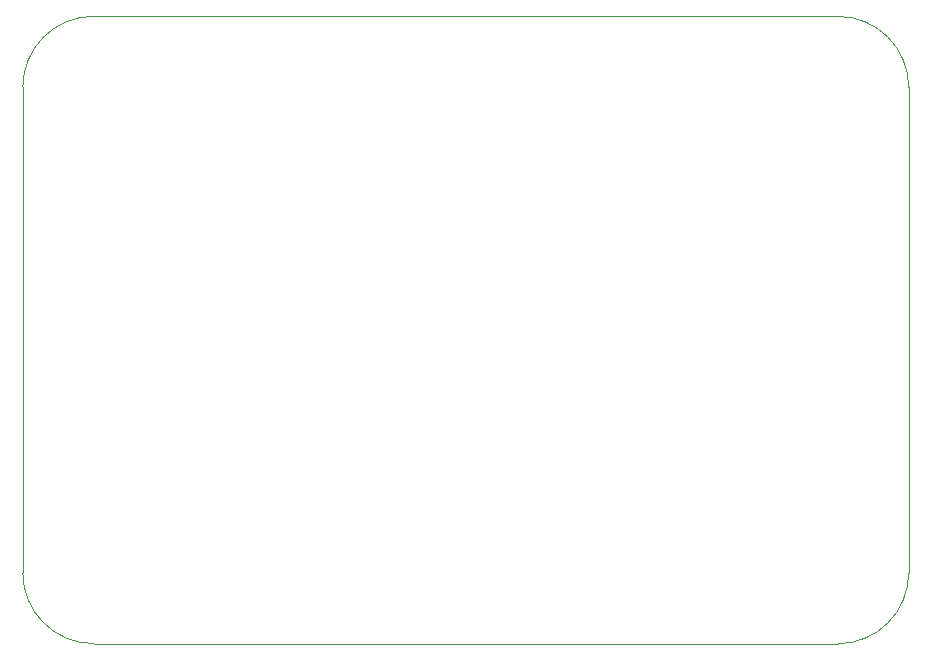
<source format=gm1>
G04 #@! TF.GenerationSoftware,KiCad,Pcbnew,7.0.2*
G04 #@! TF.CreationDate,2024-03-21T22:15:59-07:00*
G04 #@! TF.ProjectId,fuck-sao,6675636b-2d73-4616-9f2e-6b696361645f,rev?*
G04 #@! TF.SameCoordinates,Original*
G04 #@! TF.FileFunction,Profile,NP*
%FSLAX46Y46*%
G04 Gerber Fmt 4.6, Leading zero omitted, Abs format (unit mm)*
G04 Created by KiCad (PCBNEW 7.0.2) date 2024-03-21 22:15:59*
%MOMM*%
%LPD*%
G01*
G04 APERTURE LIST*
G04 #@! TA.AperFunction,Profile*
%ADD10C,0.100000*%
G04 #@! TD*
G04 APERTURE END LIST*
D10*
X132750000Y-95264700D02*
G75*
G03*
X138750000Y-89264718I0J6000000D01*
G01*
X69742641Y-95257359D02*
X132750000Y-95264718D01*
X132750000Y-42150000D02*
X69742641Y-42142641D01*
X63742641Y-48142641D02*
X63742641Y-89257359D01*
X63742641Y-89257359D02*
G75*
G03*
X69742641Y-95257359I5999999J-1D01*
G01*
X138750000Y-89264718D02*
X138750000Y-48150000D01*
X69742641Y-42142641D02*
G75*
G03*
X63742641Y-48142641I-1J-5999999D01*
G01*
X138750000Y-48150000D02*
G75*
G03*
X132750000Y-42150000I-6000000J0D01*
G01*
M02*

</source>
